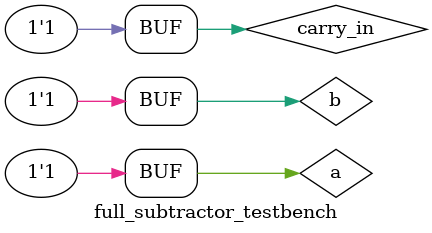
<source format=v>
module full_subtractor_testbench(); 
	reg a, b, carry_in;
	wire sub, borrow;

	full_subtractor fatb (sub, borrow, a, b, carry_in);

	initial begin
	a = 1'b0; b = 1'b0; carry_in = 1'b0;
	#20;
	a = 1'b0; b = 1'b0; carry_in = 1'b1;
	#20;
	a = 1'b0; b = 1'b1; carry_in = 1'b0;
	#20;
	a = 1'b0; b = 1'b1; carry_in = 1'b1;
	#20;
	a = 1'b1; b = 1'b0; carry_in = 1'b0;
	#20;
	a = 1'b1; b = 1'b0; carry_in = 1'b1;
	#20;
	a = 1'b1; b = 1'b1; carry_in = 1'b0;
	#20;
	a = 1'b1; b = 1'b1; carry_in = 1'b1;
end
 
 
initial
begin
$monitor("time = %2d, a =%1b, b=%1b, carry_in=%1b, sum=%1b, carry_out=%1b", $time, a, b, carry_in, sub, borrow);
end
 
endmodule
</source>
